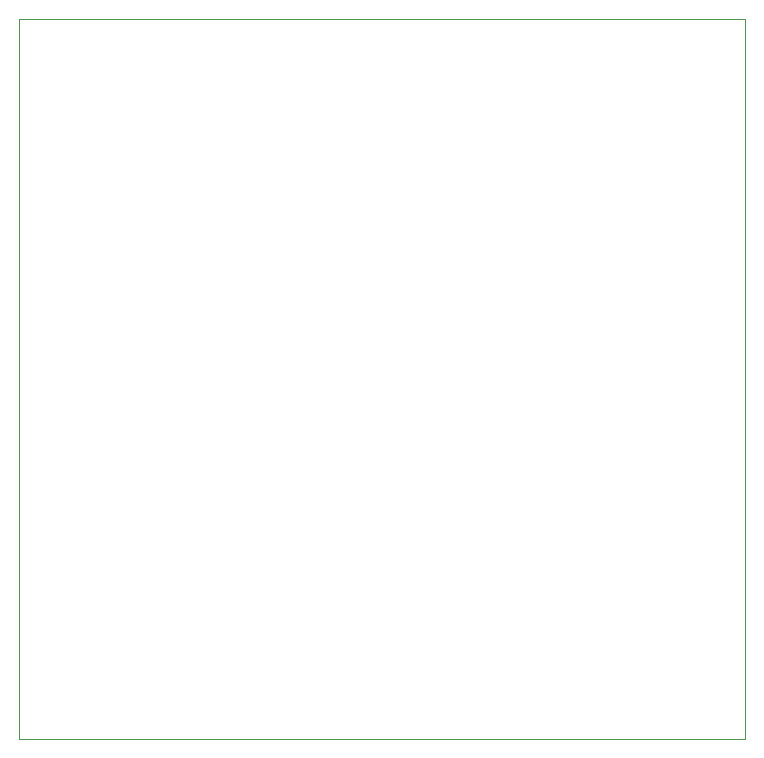
<source format=gbr>
%TF.GenerationSoftware,KiCad,Pcbnew,7.0.9*%
%TF.CreationDate,2025-09-04T13:27:59+02:00*%
%TF.ProjectId,Kicad_Projet_Sons_HW896_V1,4b696361-645f-4507-926f-6a65745f536f,rev?*%
%TF.SameCoordinates,Original*%
%TF.FileFunction,Profile,NP*%
%FSLAX46Y46*%
G04 Gerber Fmt 4.6, Leading zero omitted, Abs format (unit mm)*
G04 Created by KiCad (PCBNEW 7.0.9) date 2025-09-04 13:27:59*
%MOMM*%
%LPD*%
G01*
G04 APERTURE LIST*
%TA.AperFunction,Profile*%
%ADD10C,0.100000*%
%TD*%
G04 APERTURE END LIST*
D10*
X115800000Y-108100000D02*
X115800000Y-47100000D01*
X115800000Y-47100000D02*
X177300000Y-47100000D01*
X177300000Y-108100000D02*
X115800000Y-108100000D01*
X177300000Y-47100000D02*
X177300000Y-108100000D01*
M02*

</source>
